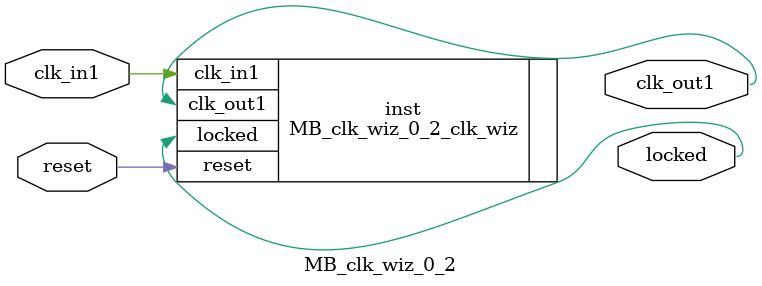
<source format=v>


`timescale 1ps/1ps

(* CORE_GENERATION_INFO = "MB_clk_wiz_0_2,clk_wiz_v6_0_14_0_0,{component_name=MB_clk_wiz_0_2,use_phase_alignment=true,use_min_o_jitter=false,use_max_i_jitter=false,use_dyn_phase_shift=false,use_inclk_switchover=false,use_dyn_reconfig=false,enable_axi=0,feedback_source=FDBK_AUTO,PRIMITIVE=MMCM,num_out_clk=1,clkin1_period=10.000,clkin2_period=10.000,use_power_down=false,use_reset=true,use_locked=true,use_inclk_stopped=false,feedback_type=SINGLE,CLOCK_MGR_TYPE=NA,manual_override=false}" *)

module MB_clk_wiz_0_2 
 (
  // Clock out ports
  output        clk_out1,
  // Status and control signals
  input         reset,
  output        locked,
 // Clock in ports
  input         clk_in1
 );

  MB_clk_wiz_0_2_clk_wiz inst
  (
  // Clock out ports  
  .clk_out1(clk_out1),
  // Status and control signals               
  .reset(reset), 
  .locked(locked),
 // Clock in ports
  .clk_in1(clk_in1)
  );

endmodule

</source>
